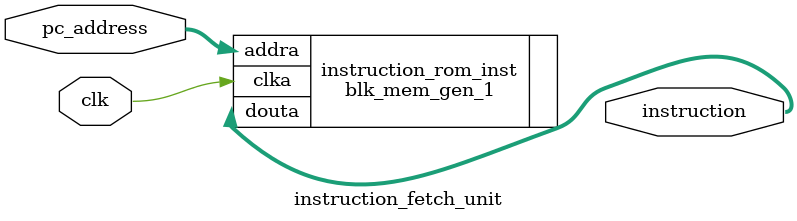
<source format=v>
module instruction_fetch_unit(
    input  wire        clk,
    input  wire [31:0] pc_address,  
    output wire [31:0] instruction
);

    blk_mem_gen_1 instruction_rom_inst (
    .clka(clk),
    .addra(pc_address),
    .douta(instruction)
  );
endmodule
</source>
